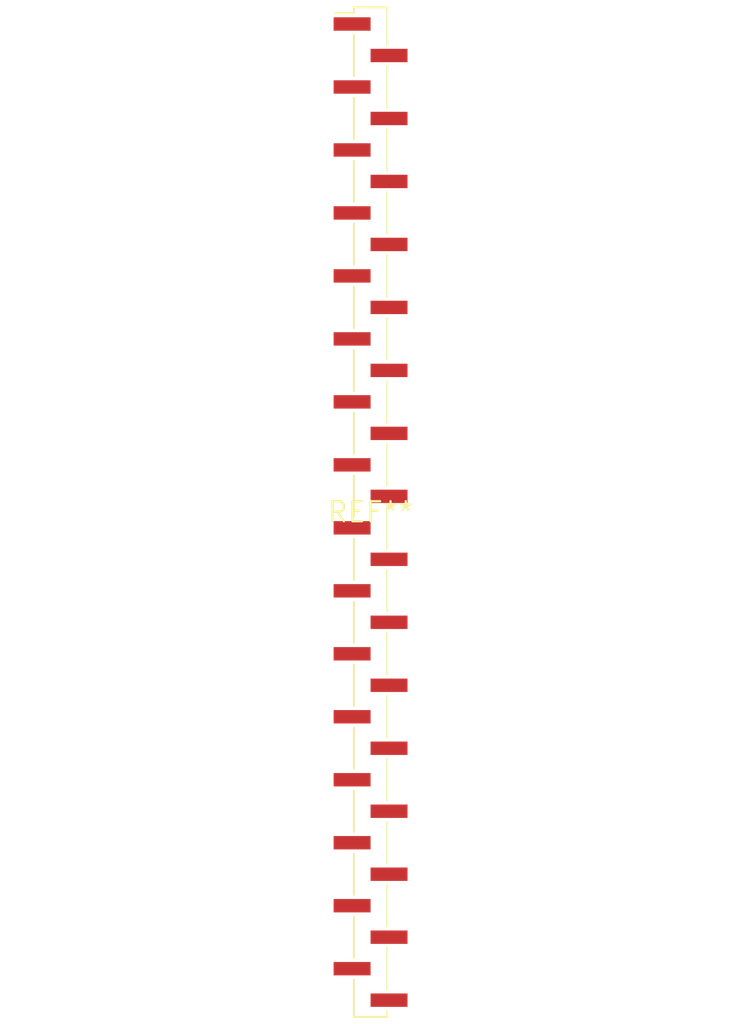
<source format=kicad_pcb>
(kicad_pcb (version 20240108) (generator pcbnew)
  (layers (0 "F.Cu" signal) (31 "B.Cu" signal) (34 "B.Paste" user) (35 "F.Paste" user) (36 "B.SilkS" user "B.Silkscreen") (37 "F.SilkS" user "F.Silkscreen") (38 "B.Mask" user) (39 "F.Mask" user) (44 "Edge.Cuts" user))
  (net 0 "")
  (footprint "PinHeader_1x32_P2.00mm_Vertical_SMD_Pin1Left" (layer "F.Cu") (at 0 0)
    (property "Reference" "REF**")
    (property "Value" "PinHeader_1x32_P2.00mm_Vertical_SMD_Pin1Left")
    (fp_line (start -1.06 -32.06) (end -1.06 -31.685) (layer "F.SilkS") (stroke (width 0.12)))
    (fp_line (start -1.06 -32.06) (end 1.06 -32.06) (layer "F.SilkS") (stroke (width 0.12)))
    (fp_line (start -1.06 -31.685) (end -2.29 -31.685) (layer "F.SilkS") (stroke (width 0.12)))
    (fp_line (start -1.06 -30.315) (end -1.06 -27.685) (layer "F.SilkS") (stroke (width 0.12)))
    (fp_line (start -1.06 -26.315) (end -1.06 -23.685) (layer "F.SilkS") (stroke (width 0.12)))
    (fp_line (start -1.06 -22.315) (end -1.06 -19.685) (layer "F.SilkS") (stroke (width 0.12)))
    (fp_line (start -1.06 -18.315) (end -1.06 -15.685) (layer "F.SilkS") (stroke (width 0.12)))
    (fp_line (start -1.06 -14.315) (end -1.06 -11.685) (layer "F.SilkS") (stroke (width 0.12)))
    (fp_line (start -1.06 -10.315) (end -1.06 -7.685) (layer "F.SilkS") (stroke (width 0.12)))
    (fp_line (start -1.06 -6.315) (end -1.06 -3.685) (layer "F.SilkS") (stroke (width 0.12)))
    (fp_line (start -1.06 -2.315) (end -1.06 0.315) (layer "F.SilkS") (stroke (width 0.12)))
    (fp_line (start -1.06 1.685) (end -1.06 4.315) (layer "F.SilkS") (stroke (width 0.12)))
    (fp_line (start -1.06 5.685) (end -1.06 8.315) (layer "F.SilkS") (stroke (width 0.12)))
    (fp_line (start -1.06 9.685) (end -1.06 12.315) (layer "F.SilkS") (stroke (width 0.12)))
    (fp_line (start -1.06 13.685) (end -1.06 16.315) (layer "F.SilkS") (stroke (width 0.12)))
    (fp_line (start -1.06 17.685) (end -1.06 20.315) (layer "F.SilkS") (stroke (width 0.12)))
    (fp_line (start -1.06 21.685) (end -1.06 24.315) (layer "F.SilkS") (stroke (width 0.12)))
    (fp_line (start -1.06 25.685) (end -1.06 28.315) (layer "F.SilkS") (stroke (width 0.12)))
    (fp_line (start -1.06 29.685) (end -1.06 32.06) (layer "F.SilkS") (stroke (width 0.12)))
    (fp_line (start -1.06 32.06) (end 1.06 32.06) (layer "F.SilkS") (stroke (width 0.12)))
    (fp_line (start 1.06 -32.06) (end 1.06 -29.685) (layer "F.SilkS") (stroke (width 0.12)))
    (fp_line (start 1.06 -28.315) (end 1.06 -25.685) (layer "F.SilkS") (stroke (width 0.12)))
    (fp_line (start 1.06 -24.315) (end 1.06 -21.685) (layer "F.SilkS") (stroke (width 0.12)))
    (fp_line (start 1.06 -20.315) (end 1.06 -17.685) (layer "F.SilkS") (stroke (width 0.12)))
    (fp_line (start 1.06 -16.315) (end 1.06 -13.685) (layer "F.SilkS") (stroke (width 0.12)))
    (fp_line (start 1.06 -12.315) (end 1.06 -9.685) (layer "F.SilkS") (stroke (width 0.12)))
    (fp_line (start 1.06 -8.315) (end 1.06 -5.685) (layer "F.SilkS") (stroke (width 0.12)))
    (fp_line (start 1.06 -4.315) (end 1.06 -1.685) (layer "F.SilkS") (stroke (width 0.12)))
    (fp_line (start 1.06 -0.315) (end 1.06 2.315) (layer "F.SilkS") (stroke (width 0.12)))
    (fp_line (start 1.06 3.685) (end 1.06 6.315) (layer "F.SilkS") (stroke (width 0.12)))
    (fp_line (start 1.06 7.685) (end 1.06 10.315) (layer "F.SilkS") (stroke (width 0.12)))
    (fp_line (start 1.06 11.685) (end 1.06 14.315) (layer "F.SilkS") (stroke (width 0.12)))
    (fp_line (start 1.06 15.685) (end 1.06 18.315) (layer "F.SilkS") (stroke (width 0.12)))
    (fp_line (start 1.06 19.685) (end 1.06 22.315) (layer "F.SilkS") (stroke (width 0.12)))
    (fp_line (start 1.06 23.685) (end 1.06 26.315) (layer "F.SilkS") (stroke (width 0.12)))
    (fp_line (start 1.06 27.685) (end 1.06 30.315) (layer "F.SilkS") (stroke (width 0.12)))
    (fp_line (start 1.06 31.685) (end 1.06 32.06) (layer "F.SilkS") (stroke (width 0.12)))
    (pad "1" smd rect (at -1.175 -31) (size 2.35 0.85) (layers "F.Cu" "F.Paste" "F.Mask"))
    (pad "2" smd rect (at 1.175 -29) (size 2.35 0.85) (layers "F.Cu" "F.Paste" "F.Mask"))
    (pad "3" smd rect (at -1.175 -27) (size 2.35 0.85) (layers "F.Cu" "F.Paste" "F.Mask"))
    (pad "4" smd rect (at 1.175 -25) (size 2.35 0.85) (layers "F.Cu" "F.Paste" "F.Mask"))
    (pad "5" smd rect (at -1.175 -23) (size 2.35 0.85) (layers "F.Cu" "F.Paste" "F.Mask"))
    (pad "6" smd rect (at 1.175 -21) (size 2.35 0.85) (layers "F.Cu" "F.Paste" "F.Mask"))
    (pad "7" smd rect (at -1.175 -19) (size 2.35 0.85) (layers "F.Cu" "F.Paste" "F.Mask"))
    (pad "8" smd rect (at 1.175 -17) (size 2.35 0.85) (layers "F.Cu" "F.Paste" "F.Mask"))
    (pad "9" smd rect (at -1.175 -15) (size 2.35 0.85) (layers "F.Cu" "F.Paste" "F.Mask"))
    (pad "10" smd rect (at 1.175 -13) (size 2.35 0.85) (layers "F.Cu" "F.Paste" "F.Mask"))
    (pad "11" smd rect (at -1.175 -11) (size 2.35 0.85) (layers "F.Cu" "F.Paste" "F.Mask"))
    (pad "12" smd rect (at 1.175 -9) (size 2.35 0.85) (layers "F.Cu" "F.Paste" "F.Mask"))
    (pad "13" smd rect (at -1.175 -7) (size 2.35 0.85) (layers "F.Cu" "F.Paste" "F.Mask"))
    (pad "14" smd rect (at 1.175 -5) (size 2.35 0.85) (layers "F.Cu" "F.Paste" "F.Mask"))
    (pad "15" smd rect (at -1.175 -3) (size 2.35 0.85) (layers "F.Cu" "F.Paste" "F.Mask"))
    (pad "16" smd rect (at 1.175 -1) (size 2.35 0.85) (layers "F.Cu" "F.Paste" "F.Mask"))
    (pad "17" smd rect (at -1.175 1) (size 2.35 0.85) (layers "F.Cu" "F.Paste" "F.Mask"))
    (pad "18" smd rect (at 1.175 3) (size 2.35 0.85) (layers "F.Cu" "F.Paste" "F.Mask"))
    (pad "19" smd rect (at -1.175 5) (size 2.35 0.85) (layers "F.Cu" "F.Paste" "F.Mask"))
    (pad "20" smd rect (at 1.175 7) (size 2.35 0.85) (layers "F.Cu" "F.Paste" "F.Mask"))
    (pad "21" smd rect (at -1.175 9) (size 2.35 0.85) (layers "F.Cu" "F.Paste" "F.Mask"))
    (pad "22" smd rect (at 1.175 11) (size 2.35 0.85) (layers "F.Cu" "F.Paste" "F.Mask"))
    (pad "23" smd rect (at -1.175 13) (size 2.35 0.85) (layers "F.Cu" "F.Paste" "F.Mask"))
    (pad "24" smd rect (at 1.175 15) (size 2.35 0.85) (layers "F.Cu" "F.Paste" "F.Mask"))
    (pad "25" smd rect (at -1.175 17) (size 2.35 0.85) (layers "F.Cu" "F.Paste" "F.Mask"))
    (pad "26" smd rect (at 1.175 19) (size 2.35 0.85) (layers "F.Cu" "F.Paste" "F.Mask"))
    (pad "27" smd rect (at -1.175 21) (size 2.35 0.85) (layers "F.Cu" "F.Paste" "F.Mask"))
    (pad "28" smd rect (at 1.175 23) (size 2.35 0.85) (layers "F.Cu" "F.Paste" "F.Mask"))
    (pad "29" smd rect (at -1.175 25) (size 2.35 0.85) (layers "F.Cu" "F.Paste" "F.Mask"))
    (pad "30" smd rect (at 1.175 27) (size 2.35 0.85) (layers "F.Cu" "F.Paste" "F.Mask"))
    (pad "31" smd rect (at -1.175 29) (size 2.35 0.85) (layers "F.Cu" "F.Paste" "F.Mask"))
    (pad "32" smd rect (at 1.175 31) (size 2.35 0.85) (layers "F.Cu" "F.Paste" "F.Mask"))
  )
)
</source>
